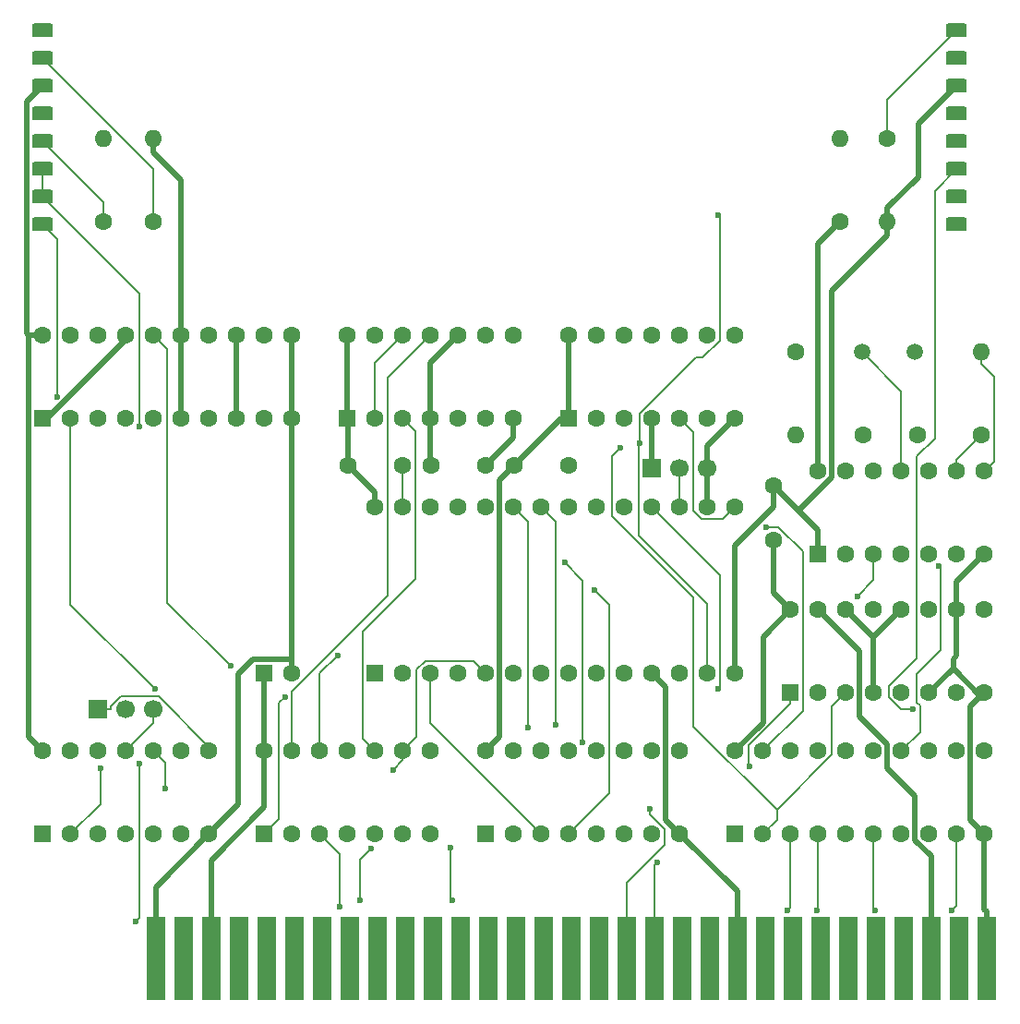
<source format=gbr>
%TF.GenerationSoftware,KiCad,Pcbnew,9.0.1*%
%TF.CreationDate,2025-07-02T19:30:22-06:00*%
%TF.ProjectId,transputer,7472616e-7370-4757-9465-722e6b696361,rev?*%
%TF.SameCoordinates,Original*%
%TF.FileFunction,Copper,L2,Bot*%
%TF.FilePolarity,Positive*%
%FSLAX46Y46*%
G04 Gerber Fmt 4.6, Leading zero omitted, Abs format (unit mm)*
G04 Created by KiCad (PCBNEW 9.0.1) date 2025-07-02 19:30:22*
%MOMM*%
%LPD*%
G01*
G04 APERTURE LIST*
G04 Aperture macros list*
%AMRoundRect*
0 Rectangle with rounded corners*
0 $1 Rounding radius*
0 $2 $3 $4 $5 $6 $7 $8 $9 X,Y pos of 4 corners*
0 Add a 4 corners polygon primitive as box body*
4,1,4,$2,$3,$4,$5,$6,$7,$8,$9,$2,$3,0*
0 Add four circle primitives for the rounded corners*
1,1,$1+$1,$2,$3*
1,1,$1+$1,$4,$5*
1,1,$1+$1,$6,$7*
1,1,$1+$1,$8,$9*
0 Add four rect primitives between the rounded corners*
20,1,$1+$1,$2,$3,$4,$5,0*
20,1,$1+$1,$4,$5,$6,$7,0*
20,1,$1+$1,$6,$7,$8,$9,0*
20,1,$1+$1,$8,$9,$2,$3,0*%
G04 Aperture macros list end*
%TA.AperFunction,ComponentPad*%
%ADD10C,1.600000*%
%TD*%
%TA.AperFunction,ComponentPad*%
%ADD11O,1.600000X1.600000*%
%TD*%
%TA.AperFunction,ComponentPad*%
%ADD12RoundRect,0.250000X0.550000X-0.550000X0.550000X0.550000X-0.550000X0.550000X-0.550000X-0.550000X0*%
%TD*%
%TA.AperFunction,ComponentPad*%
%ADD13RoundRect,0.190500X-0.762000X-0.444500X0.762000X-0.444500X0.762000X0.444500X-0.762000X0.444500X0*%
%TD*%
%TA.AperFunction,ComponentPad*%
%ADD14R,1.700000X1.700000*%
%TD*%
%TA.AperFunction,ComponentPad*%
%ADD15C,1.700000*%
%TD*%
%TA.AperFunction,ComponentPad*%
%ADD16R,1.600000X1.600000*%
%TD*%
%TA.AperFunction,ComponentPad*%
%ADD17C,1.500000*%
%TD*%
%TA.AperFunction,ConnectorPad*%
%ADD18R,1.778000X7.620000*%
%TD*%
%TA.AperFunction,ViaPad*%
%ADD19C,0.600000*%
%TD*%
%TA.AperFunction,Conductor*%
%ADD20C,0.200000*%
%TD*%
%TA.AperFunction,Conductor*%
%ADD21C,0.500000*%
%TD*%
G04 APERTURE END LIST*
D10*
%TO.P,R2,1*%
%TO.N,Net-(C1-Pad2)*%
X190246000Y-82804000D03*
D11*
%TO.P,R2,2*%
%TO.N,Net-(R2-Pad2)*%
X190246000Y-75184000D03*
%TD*%
D10*
%TO.P,C1,1*%
%TO.N,Net-(C1-Pad1)*%
X179364000Y-82804000D03*
%TO.P,C1,2*%
%TO.N,Net-(C1-Pad2)*%
X184364000Y-82804000D03*
%TD*%
D12*
%TO.P,U3,1,A0*%
%TO.N,Net-(J1-BA04)*%
X144780000Y-119375000D03*
D10*
%TO.P,U3,2,A1*%
%TO.N,Net-(J1-BA05)*%
X147320000Y-119375000D03*
%TO.P,U3,3,A2*%
%TO.N,Net-(J1-~{IOW})*%
X149860000Y-119375000D03*
%TO.P,U3,4,E1*%
%TO.N,Net-(U3-E1)*%
X152400000Y-119375000D03*
%TO.P,U3,5,E2*%
%TO.N,Net-(U3-E2)*%
X154940000Y-119375000D03*
%TO.P,U3,6,E3*%
%TO.N,Net-(U3-E3)*%
X157480000Y-119375000D03*
%TO.P,U3,7,O7*%
%TO.N,Net-(U3-O7)*%
X160020000Y-119375000D03*
%TO.P,U3,8,GND*%
%TO.N,GND*%
X162560000Y-119375000D03*
%TO.P,U3,9,O6*%
%TO.N,Net-(U3-O6)*%
X162560000Y-111755000D03*
%TO.P,U3,10,O5*%
%TO.N,Net-(U3-O5)*%
X160020000Y-111755000D03*
%TO.P,U3,11,O4*%
%TO.N,unconnected-(U3-O4-Pad11)*%
X157480000Y-111755000D03*
%TO.P,U3,12,O3*%
%TO.N,Net-(U3-O3)*%
X154940000Y-111755000D03*
%TO.P,U3,13,O2*%
%TO.N,Net-(U3-O2)*%
X152400000Y-111755000D03*
%TO.P,U3,14,O1*%
%TO.N,Net-(U3-O1)*%
X149860000Y-111755000D03*
%TO.P,U3,15,O0*%
%TO.N,unconnected-(U3-O0-Pad15)*%
X147320000Y-111755000D03*
%TO.P,U3,16,VCC*%
%TO.N,+5V*%
X144780000Y-111755000D03*
%TD*%
D13*
%TO.P,U8,1,Link2out*%
%TO.N,unconnected-(U8-Link2out-Pad1)*%
X104140000Y-45720000D03*
%TO.P,U8,2,Link2in*%
%TO.N,Net-(U8-Link2in)*%
X104140000Y-48260000D03*
%TO.P,U8,3,VCC*%
%TO.N,+5V*%
X104140000Y-50800000D03*
%TO.P,U8,4,Link1out*%
%TO.N,unconnected-(U8-Link1out-Pad4)*%
X104140000Y-53340000D03*
%TO.P,U8,5,Link1in*%
%TO.N,Net-(U8-Link1in)*%
X104140000Y-55880000D03*
%TO.P,U8,6,LinkSpeedA*%
%TO.N,Net-(JP1-C)*%
X104140000Y-58420000D03*
%TO.P,U8,7,LinkSpeedB*%
X104140000Y-60960000D03*
%TO.P,U8,8,ClockIn*%
%TO.N,/5 mhz.*%
X104140000Y-63500000D03*
%TO.P,U8,9,Analyse*%
%TO.N,Net-(U7B-Q)*%
X187960000Y-63500000D03*
%TO.P,U8,10,Reset*%
%TO.N,Net-(U11-Reset)*%
X187960000Y-60960000D03*
%TO.P,U8,11,notError*%
%TO.N,Net-(U6-I1)*%
X187960000Y-58420000D03*
%TO.P,U8,12,Link0out*%
%TO.N,Net-(U10-I1a)*%
X187960000Y-55880000D03*
%TO.P,U8,13,Link0in*%
%TO.N,Net-(U10-O0a)*%
X187960000Y-53340000D03*
%TO.P,U8,14,GND*%
%TO.N,GND*%
X187960000Y-50800000D03*
%TO.P,U8,15,Link3out*%
%TO.N,unconnected-(U8-Link3out-Pad15)*%
X187960000Y-48260000D03*
%TO.P,U8,16,Link3in*%
%TO.N,Net-(U8-Link3in)*%
X187960000Y-45720000D03*
%TD*%
D14*
%TO.P,JP2,1,A*%
%TO.N,/0150h*%
X109220000Y-107950000D03*
D15*
%TO.P,JP2,2,C*%
%TO.N,Net-(JP2-C)*%
X111760000Y-107950000D03*
%TO.P,JP2,3,B*%
%TO.N,/0170h*%
X114300000Y-107950000D03*
%TD*%
D12*
%TO.P,U6,1,OEa*%
%TO.N,Net-(U3-O6)*%
X172720000Y-106421000D03*
D10*
%TO.P,U6,2,I1*%
%TO.N,Net-(U6-I1)*%
X175260000Y-106421000D03*
%TO.P,U6,3,O1a*%
%TO.N,Net-(J1-DB0)*%
X177800000Y-106421000D03*
%TO.P,U6,4,I2*%
%TO.N,GND*%
X180340000Y-106421000D03*
%TO.P,U6,5,O2a*%
%TO.N,unconnected-(U6-O2a-Pad5)*%
X182880000Y-106421000D03*
%TO.P,U6,6,I3*%
%TO.N,GND*%
X185420000Y-106421000D03*
%TO.P,U6,7,O3a*%
%TO.N,unconnected-(U6-O3a-Pad7)*%
X187960000Y-106421000D03*
%TO.P,U6,8,GND*%
%TO.N,GND*%
X190500000Y-106421000D03*
%TO.P,U6,9,O4a*%
%TO.N,unconnected-(U6-O4a-Pad9)*%
X190500000Y-98801000D03*
%TO.P,U6,10,I4*%
%TO.N,GND*%
X187960000Y-98801000D03*
%TO.P,U6,11,O5b*%
%TO.N,unconnected-(U6-O5b-Pad11)*%
X185420000Y-98801000D03*
%TO.P,U6,12,I5*%
%TO.N,GND*%
X182880000Y-98801000D03*
%TO.P,U6,13,O6b*%
%TO.N,unconnected-(U6-O6b-Pad13)*%
X180340000Y-98801000D03*
%TO.P,U6,14,I6*%
%TO.N,GND*%
X177800000Y-98801000D03*
%TO.P,U6,15,OEb*%
%TO.N,+5V*%
X175260000Y-98801000D03*
%TO.P,U6,16,VCC*%
X172720000Y-98801000D03*
%TD*%
%TO.P,R3,1*%
%TO.N,Net-(U8-Link2in)*%
X114300000Y-63246000D03*
D11*
%TO.P,R3,2*%
%TO.N,GND*%
X114300000Y-55626000D03*
%TD*%
D12*
%TO.P,U10,1,OEa*%
%TO.N,GND*%
X104140000Y-81280000D03*
D10*
%TO.P,U10,2,I0a*%
%TO.N,Net-(U10-I0a)*%
X106680000Y-81280000D03*
%TO.P,U10,3,O3b*%
%TO.N,unconnected-(U10-O3b-Pad3)*%
X109220000Y-81280000D03*
%TO.P,U10,4,I1a*%
%TO.N,Net-(U10-I1a)*%
X111760000Y-81280000D03*
%TO.P,U10,5,O2b*%
%TO.N,unconnected-(U10-O2b-Pad5)*%
X114300000Y-81280000D03*
%TO.P,U10,6,I2a*%
%TO.N,GND*%
X116840000Y-81280000D03*
%TO.P,U10,7,O1b*%
%TO.N,unconnected-(U10-O1b-Pad7)*%
X119380000Y-81280000D03*
%TO.P,U10,8,I3a*%
%TO.N,GND*%
X121920000Y-81280000D03*
%TO.P,U10,9,O0b*%
%TO.N,unconnected-(U10-O0b-Pad9)*%
X124460000Y-81280000D03*
%TO.P,U10,10,GND*%
%TO.N,GND*%
X127000000Y-81280000D03*
%TO.P,U10,11,I0b*%
X127000000Y-73660000D03*
%TO.P,U10,12,O3a*%
%TO.N,unconnected-(U10-O3a-Pad12)*%
X124460000Y-73660000D03*
%TO.P,U10,13,I1b*%
%TO.N,GND*%
X121920000Y-73660000D03*
%TO.P,U10,14,O2a*%
%TO.N,unconnected-(U10-O2a-Pad14)*%
X119380000Y-73660000D03*
%TO.P,U10,15,I2b*%
%TO.N,GND*%
X116840000Y-73660000D03*
%TO.P,U10,16,O1a*%
%TO.N,Net-(U10-O1a)*%
X114300000Y-73660000D03*
%TO.P,U10,17,I3b*%
%TO.N,GND*%
X111760000Y-73660000D03*
%TO.P,U10,18,O0a*%
%TO.N,Net-(U10-O0a)*%
X109220000Y-73660000D03*
%TO.P,U10,19,OEb*%
%TO.N,+5V*%
X106680000Y-73660000D03*
%TO.P,U10,20,VCC*%
X104140000Y-73660000D03*
%TD*%
%TO.P,R1,1*%
%TO.N,Net-(R1-Pad1)*%
X173228000Y-75184000D03*
D11*
%TO.P,R1,2*%
%TO.N,Net-(C1-Pad1)*%
X173228000Y-82804000D03*
%TD*%
D14*
%TO.P,JP1,1,A*%
%TO.N,+5V*%
X160020000Y-85852000D03*
D15*
%TO.P,JP1,2,C*%
%TO.N,Net-(JP1-C)*%
X162560000Y-85852000D03*
%TO.P,JP1,3,B*%
%TO.N,GND*%
X165100000Y-85852000D03*
%TD*%
D12*
%TO.P,U2,1*%
%TO.N,Net-(J1-~{IOW})*%
X104140000Y-119375000D03*
D10*
%TO.P,U2,2*%
%TO.N,Net-(J1-~{IOR})*%
X106680000Y-119375000D03*
%TO.P,U2,3*%
%TO.N,Net-(U3-E2)*%
X109220000Y-119375000D03*
%TO.P,U2,4*%
%TO.N,Net-(J1-BA08)*%
X111760000Y-119375000D03*
%TO.P,U2,5*%
%TO.N,Net-(J1-BA06)*%
X114300000Y-119375000D03*
%TO.P,U2,6*%
%TO.N,Net-(U3-E3)*%
X116840000Y-119375000D03*
%TO.P,U2,7,GND*%
%TO.N,GND*%
X119380000Y-119375000D03*
%TO.P,U2,8*%
%TO.N,/0150h*%
X119380000Y-111755000D03*
%TO.P,U2,9*%
%TO.N,Net-(U3-O1)*%
X116840000Y-111755000D03*
%TO.P,U2,10*%
%TO.N,Net-(U3-O5)*%
X114300000Y-111755000D03*
%TO.P,U2,11*%
%TO.N,/0170h*%
X111760000Y-111755000D03*
%TO.P,U2,12*%
%TO.N,Net-(U3-O3)*%
X109220000Y-111755000D03*
%TO.P,U2,13*%
%TO.N,Net-(U3-O7)*%
X106680000Y-111755000D03*
%TO.P,U2,14,VCC*%
%TO.N,+5V*%
X104140000Y-111755000D03*
%TD*%
%TO.P,C5,1*%
%TO.N,+5V*%
X171150000Y-92416000D03*
%TO.P,C5,2*%
%TO.N,GND*%
X171150000Y-87416000D03*
%TD*%
D16*
%TO.P,C6,1*%
%TO.N,+5V*%
X124460000Y-104648000D03*
D10*
%TO.P,C6,2*%
%TO.N,GND*%
X126960000Y-104648000D03*
%TD*%
%TO.P,C4,1*%
%TO.N,+5V*%
X147400000Y-85598000D03*
%TO.P,C4,2*%
%TO.N,GND*%
X152400000Y-85598000D03*
%TD*%
D12*
%TO.P,U5,1*%
%TO.N,GND*%
X175260000Y-93726000D03*
D10*
%TO.P,U5,2*%
%TO.N,unconnected-(U5-Pad2)*%
X177800000Y-93726000D03*
%TO.P,U5,3*%
%TO.N,Net-(J1-BA00)*%
X180340000Y-93726000D03*
%TO.P,U5,4*%
%TO.N,Net-(U4-Pad12)*%
X182880000Y-93726000D03*
%TO.P,U5,5*%
%TO.N,Net-(U4-Pad1)*%
X185420000Y-93726000D03*
%TO.P,U5,6*%
%TO.N,Net-(U3-E1)*%
X187960000Y-93726000D03*
%TO.P,U5,7,GND*%
%TO.N,GND*%
X190500000Y-93726000D03*
%TO.P,U5,8*%
%TO.N,Net-(R2-Pad2)*%
X190500000Y-86106000D03*
%TO.P,U5,9*%
%TO.N,Net-(C1-Pad2)*%
X187960000Y-86106000D03*
%TO.P,U5,10*%
%TO.N,Net-(C1-Pad1)*%
X185420000Y-86106000D03*
%TO.P,U5,11*%
%TO.N,Net-(R1-Pad1)*%
X182880000Y-86106000D03*
%TO.P,U5,12*%
%TO.N,Net-(U9A-C)*%
X180340000Y-86106000D03*
%TO.P,U5,13*%
%TO.N,Net-(R2-Pad2)*%
X177800000Y-86106000D03*
%TO.P,U5,14,VCC*%
%TO.N,+5V*%
X175260000Y-86106000D03*
%TD*%
%TO.P,C2,1*%
%TO.N,+5V*%
X132160000Y-85598000D03*
%TO.P,C2,2*%
%TO.N,Net-(U11-CapMinus)*%
X137160000Y-85598000D03*
%TD*%
%TO.P,R6,1*%
%TO.N,+5V*%
X177292000Y-63246000D03*
D11*
%TO.P,R6,2*%
%TO.N,Net-(U6-I1)*%
X177292000Y-55626000D03*
%TD*%
D12*
%TO.P,U1,1,A->B*%
%TO.N,Net-(J1-~{IOR})*%
X167640000Y-119380000D03*
D10*
%TO.P,U1,2,A0*%
%TO.N,Net-(J1-DB0)*%
X170180000Y-119380000D03*
%TO.P,U1,3,A1*%
%TO.N,Net-(J1-DB1)*%
X172720000Y-119380000D03*
%TO.P,U1,4,A2*%
%TO.N,Net-(J1-DB2)*%
X175260000Y-119380000D03*
%TO.P,U1,5,A3*%
%TO.N,Net-(J1-DB3)*%
X177800000Y-119380000D03*
%TO.P,U1,6,A4*%
%TO.N,Net-(J1-DB4)*%
X180340000Y-119380000D03*
%TO.P,U1,7,A5*%
%TO.N,Net-(J1-DB5)*%
X182880000Y-119380000D03*
%TO.P,U1,8,A6*%
%TO.N,Net-(J1-DB6)*%
X185420000Y-119380000D03*
%TO.P,U1,9,A7*%
%TO.N,Net-(J1-DB7)*%
X187960000Y-119380000D03*
%TO.P,U1,10,GND*%
%TO.N,GND*%
X190500000Y-119380000D03*
%TO.P,U1,11,B7*%
%TO.N,Net-(U1-B7)*%
X190500000Y-111760000D03*
%TO.P,U1,12,B6*%
%TO.N,Net-(U1-B6)*%
X187960000Y-111760000D03*
%TO.P,U1,13,B5*%
%TO.N,Net-(U1-B5)*%
X185420000Y-111760000D03*
%TO.P,U1,14,B4*%
%TO.N,Net-(U1-B4)*%
X182880000Y-111760000D03*
%TO.P,U1,15,B3*%
%TO.N,Net-(U1-B3)*%
X180340000Y-111760000D03*
%TO.P,U1,16,B2*%
%TO.N,Net-(U1-B2)*%
X177800000Y-111760000D03*
%TO.P,U1,17,B1*%
%TO.N,Net-(U1-B1)*%
X175260000Y-111760000D03*
%TO.P,U1,18,B0*%
%TO.N,Net-(U1-B0)*%
X172720000Y-111760000D03*
%TO.P,U1,19,CE*%
%TO.N,Net-(JP2-C)*%
X170180000Y-111760000D03*
%TO.P,U1,20,VCC*%
%TO.N,+5V*%
X167640000Y-111760000D03*
%TD*%
%TO.P,R4,1*%
%TO.N,Net-(U8-Link1in)*%
X109728000Y-63246000D03*
D11*
%TO.P,R4,2*%
%TO.N,GND*%
X109728000Y-55626000D03*
%TD*%
D12*
%TO.P,U4,1*%
%TO.N,Net-(U4-Pad1)*%
X124460000Y-119375000D03*
D10*
%TO.P,U4,2*%
%TO.N,Net-(J1-AEN)*%
X127000000Y-119375000D03*
%TO.P,U4,3*%
%TO.N,Net-(J1-BA07)*%
X129540000Y-119375000D03*
%TO.P,U4,4*%
%TO.N,unconnected-(U4-Pad4)*%
X132080000Y-119375000D03*
%TO.P,U4,5*%
%TO.N,GND*%
X134620000Y-119375000D03*
%TO.P,U4,6*%
X137160000Y-119375000D03*
%TO.P,U4,7,GND*%
X139700000Y-119375000D03*
%TO.P,U4,8*%
%TO.N,Net-(U3-O2)*%
X139700000Y-111755000D03*
%TO.P,U4,9*%
%TO.N,Net-(J1-BA00)*%
X137160000Y-111755000D03*
%TO.P,U4,10*%
%TO.N,Net-(U7A-C)*%
X134620000Y-111755000D03*
%TO.P,U4,11*%
%TO.N,Net-(U3-O2)*%
X132080000Y-111755000D03*
%TO.P,U4,12*%
%TO.N,Net-(U4-Pad12)*%
X129540000Y-111755000D03*
%TO.P,U4,13*%
%TO.N,Net-(U7B-C)*%
X127000000Y-111755000D03*
%TO.P,U4,14,VCC*%
%TO.N,+5V*%
X124460000Y-111755000D03*
%TD*%
D17*
%TO.P,Y1,1,1*%
%TO.N,Net-(R1-Pad1)*%
X179270000Y-75184000D03*
%TO.P,Y1,2,2*%
%TO.N,Net-(R2-Pad2)*%
X184150000Y-75184000D03*
%TD*%
D10*
%TO.P,R5,1*%
%TO.N,Net-(U8-Link3in)*%
X181610000Y-55626000D03*
D11*
%TO.P,R5,2*%
%TO.N,GND*%
X181610000Y-63246000D03*
%TD*%
D12*
%TO.P,U9,1,~{R}*%
%TO.N,+5V*%
X152400000Y-81280000D03*
D10*
%TO.P,U9,2,D*%
%TO.N,Net-(U9A-D)*%
X154940000Y-81280000D03*
%TO.P,U9,3,C*%
%TO.N,Net-(U9A-C)*%
X157480000Y-81280000D03*
%TO.P,U9,4,~{S}*%
%TO.N,+5V*%
X160020000Y-81280000D03*
%TO.P,U9,5,Q*%
%TO.N,/5 mhz.*%
X162560000Y-81280000D03*
%TO.P,U9,6,~{Q}*%
%TO.N,Net-(U9A-D)*%
X165100000Y-81280000D03*
%TO.P,U9,7,GND*%
%TO.N,GND*%
X167640000Y-81280000D03*
%TO.P,U9,8,~{Q}*%
%TO.N,unconnected-(U9B-~{Q}-Pad8)*%
X167640000Y-73660000D03*
%TO.P,U9,9,Q*%
%TO.N,unconnected-(U9B-Q-Pad9)*%
X165100000Y-73660000D03*
%TO.P,U9,10,~{S}*%
%TO.N,+5V*%
X162560000Y-73660000D03*
%TO.P,U9,11,C*%
X160020000Y-73660000D03*
%TO.P,U9,12,D*%
X157480000Y-73660000D03*
%TO.P,U9,13,~{R}*%
X154940000Y-73660000D03*
%TO.P,U9,14,VCC*%
X152400000Y-73660000D03*
%TD*%
D12*
%TO.P,U11,1,LinkOut*%
%TO.N,Net-(U10-I0a)*%
X134620000Y-104648000D03*
D10*
%TO.P,U11,2,LinkIn*%
%TO.N,Net-(U10-O1a)*%
X137160000Y-104648000D03*
%TO.P,U11,3,RnotW*%
%TO.N,Net-(J1-~{IOW})*%
X139700000Y-104648000D03*
%TO.P,U11,4,OutputInt*%
%TO.N,unconnected-(U11-OutputInt-Pad4)*%
X142240000Y-104648000D03*
%TO.P,U11,5,RS0*%
%TO.N,Net-(J1-BA00)*%
X144780000Y-104648000D03*
%TO.P,U11,6,RS1*%
%TO.N,Net-(J1-BA01)*%
X147320000Y-104648000D03*
%TO.P,U11,7,DoNotWire*%
%TO.N,unconnected-(U11-DoNotWire-Pad7)*%
X149860000Y-104648000D03*
%TO.P,U11,8,D3*%
%TO.N,Net-(U1-B3)*%
X152400000Y-104648000D03*
%TO.P,U11,9,DoNotWire*%
%TO.N,unconnected-(U11-DoNotWire-Pad9)*%
X154940000Y-104648000D03*
%TO.P,U11,10,D5*%
%TO.N,Net-(U1-B5)*%
X157480000Y-104648000D03*
%TO.P,U11,11,HoldToGND*%
%TO.N,GND*%
X160020000Y-104648000D03*
%TO.P,U11,12,D7*%
%TO.N,Net-(U1-B7)*%
X162560000Y-104648000D03*
%TO.P,U11,13,Reset*%
%TO.N,Net-(U11-Reset)*%
X165100000Y-104648000D03*
%TO.P,U11,14,GND*%
%TO.N,GND*%
X167640000Y-104648000D03*
%TO.P,U11,15,ClockIn*%
%TO.N,/5 mhz.*%
X167640000Y-89408000D03*
%TO.P,U11,16,SeparateIQ*%
%TO.N,GND*%
X165100000Y-89408000D03*
%TO.P,U11,17,LinkSpeed*%
%TO.N,Net-(JP1-C)*%
X162560000Y-89408000D03*
%TO.P,U11,18,D6*%
%TO.N,Net-(U1-B6)*%
X160020000Y-89408000D03*
%TO.P,U11,19,DoNotWire*%
%TO.N,unconnected-(U11-DoNotWire-Pad19)*%
X157480000Y-89408000D03*
%TO.P,U11,20,D4*%
%TO.N,Net-(U1-B4)*%
X154940000Y-89408000D03*
%TO.P,U11,21,DoNotWire*%
%TO.N,unconnected-(U11-DoNotWire-Pad21)*%
X152400000Y-89408000D03*
%TO.P,U11,22,D2*%
%TO.N,Net-(U1-B2)*%
X149860000Y-89408000D03*
%TO.P,U11,23,D1*%
%TO.N,Net-(U1-B1)*%
X147320000Y-89408000D03*
%TO.P,U11,24,D0*%
%TO.N,Net-(U1-B0)*%
X144780000Y-89408000D03*
%TO.P,U11,25,notCS*%
%TO.N,Net-(JP2-C)*%
X142240000Y-89408000D03*
%TO.P,U11,26,InputInt*%
%TO.N,unconnected-(U11-InputInt-Pad26)*%
X139700000Y-89408000D03*
%TO.P,U11,27,CapMinus*%
%TO.N,Net-(U11-CapMinus)*%
X137160000Y-89408000D03*
%TO.P,U11,28,VCC*%
%TO.N,+5V*%
X134620000Y-89408000D03*
%TD*%
D12*
%TO.P,U7,1,~{R}*%
%TO.N,+5V*%
X132080000Y-81280000D03*
D10*
%TO.P,U7,2,D*%
%TO.N,Net-(J1-DB0)*%
X134620000Y-81280000D03*
%TO.P,U7,3,C*%
%TO.N,Net-(U7A-C)*%
X137160000Y-81280000D03*
%TO.P,U7,4,~{S}*%
%TO.N,+5V*%
X139700000Y-81280000D03*
%TO.P,U7,5,Q*%
%TO.N,Net-(U11-Reset)*%
X142240000Y-81280000D03*
%TO.P,U7,6,~{Q}*%
%TO.N,unconnected-(U7A-~{Q}-Pad6)*%
X144780000Y-81280000D03*
%TO.P,U7,7,GND*%
%TO.N,GND*%
X147320000Y-81280000D03*
%TO.P,U7,8,~{Q}*%
%TO.N,unconnected-(U7B-~{Q}-Pad8)*%
X147320000Y-73660000D03*
%TO.P,U7,9,Q*%
%TO.N,Net-(U7B-Q)*%
X144780000Y-73660000D03*
%TO.P,U7,10,~{S}*%
%TO.N,+5V*%
X142240000Y-73660000D03*
%TO.P,U7,11,C*%
%TO.N,Net-(U7B-C)*%
X139700000Y-73660000D03*
%TO.P,U7,12,D*%
%TO.N,Net-(J1-DB0)*%
X137160000Y-73660000D03*
%TO.P,U7,13,~{R}*%
%TO.N,+5V*%
X134620000Y-73660000D03*
%TO.P,U7,14,VCC*%
X132080000Y-73660000D03*
%TD*%
%TO.P,C3,1*%
%TO.N,+5V*%
X139780000Y-85598000D03*
%TO.P,C3,2*%
%TO.N,GND*%
X144780000Y-85598000D03*
%TD*%
D18*
%TO.P,J1,1,GND*%
%TO.N,GND*%
X190690000Y-130750000D03*
%TO.P,J1,2,RESET*%
%TO.N,unconnected-(J1-RESET-Pad2)*%
X188150000Y-130750000D03*
%TO.P,J1,3,VCC*%
%TO.N,+5V*%
X185610000Y-130750000D03*
%TO.P,J1,4,IRQ2*%
%TO.N,unconnected-(J1-IRQ2-Pad4)*%
X183070000Y-130750000D03*
%TO.P,J1,5,-5V*%
%TO.N,unconnected-(J1--5V-Pad5)*%
X180530000Y-130750000D03*
%TO.P,J1,6,DRQ2*%
%TO.N,unconnected-(J1-DRQ2-Pad6)*%
X177990000Y-130750000D03*
%TO.P,J1,7,-12V*%
%TO.N,unconnected-(J1--12V-Pad7)*%
X175450000Y-130750000D03*
%TO.P,J1,8,UNUSED*%
%TO.N,unconnected-(J1-UNUSED-Pad8)*%
X172910000Y-130750000D03*
%TO.P,J1,9,+12V*%
%TO.N,unconnected-(J1-+12V-Pad9)*%
X170370000Y-130750000D03*
%TO.P,J1,10,GND*%
%TO.N,GND*%
X167830000Y-130750000D03*
%TO.P,J1,11,~{SMEMW}*%
%TO.N,unconnected-(J1-~{SMEMW}-Pad11)*%
X165290000Y-130750000D03*
%TO.P,J1,12,~{SMEMR}*%
%TO.N,unconnected-(J1-~{SMEMR}-Pad12)*%
X162750000Y-130750000D03*
%TO.P,J1,13,~{IOW}*%
%TO.N,Net-(J1-~{IOW})*%
X160210000Y-130750000D03*
%TO.P,J1,14,~{IOR}*%
%TO.N,Net-(J1-~{IOR})*%
X157670000Y-130750000D03*
%TO.P,J1,15,~{DACK3}*%
%TO.N,unconnected-(J1-~{DACK3}-Pad15)*%
X155130000Y-130750000D03*
%TO.P,J1,16,DRQ3*%
%TO.N,unconnected-(J1-DRQ3-Pad16)*%
X152590000Y-130750000D03*
%TO.P,J1,17,~{DACK1}*%
%TO.N,unconnected-(J1-~{DACK1}-Pad17)*%
X150050000Y-130750000D03*
%TO.P,J1,18,DRQ1*%
%TO.N,unconnected-(J1-DRQ1-Pad18)*%
X147510000Y-130750000D03*
%TO.P,J1,19,~{DACK0}*%
%TO.N,unconnected-(J1-~{DACK0}-Pad19)*%
X144970000Y-130750000D03*
%TO.P,J1,20,CLK*%
%TO.N,unconnected-(J1-CLK-Pad20)*%
X142430000Y-130750000D03*
%TO.P,J1,21,IRQ7*%
%TO.N,unconnected-(J1-IRQ7-Pad21)*%
X139890000Y-130750000D03*
%TO.P,J1,22,IRQ6*%
%TO.N,unconnected-(J1-IRQ6-Pad22)*%
X137350000Y-130750000D03*
%TO.P,J1,23,IRQ5*%
%TO.N,unconnected-(J1-IRQ5-Pad23)*%
X134810000Y-130750000D03*
%TO.P,J1,24,IRQ4*%
%TO.N,unconnected-(J1-IRQ4-Pad24)*%
X132270000Y-130750000D03*
%TO.P,J1,25,IRQ3*%
%TO.N,unconnected-(J1-IRQ3-Pad25)*%
X129730000Y-130750000D03*
%TO.P,J1,26,~{DACK2}*%
%TO.N,unconnected-(J1-~{DACK2}-Pad26)*%
X127190000Y-130750000D03*
%TO.P,J1,27,TC*%
%TO.N,unconnected-(J1-TC-Pad27)*%
X124650000Y-130750000D03*
%TO.P,J1,28,ALE*%
%TO.N,unconnected-(J1-ALE-Pad28)*%
X122110000Y-130750000D03*
%TO.P,J1,29,VCC*%
%TO.N,+5V*%
X119570000Y-130750000D03*
%TO.P,J1,30,OSC*%
%TO.N,unconnected-(J1-OSC-Pad30)*%
X117030000Y-130750000D03*
%TO.P,J1,31,GND*%
%TO.N,GND*%
X114490000Y-130750000D03*
%TD*%
D19*
%TO.N,Net-(U6-I1)*%
X183971500Y-107939900D03*
%TO.N,Net-(U1-B6)*%
X166075300Y-106085400D03*
%TO.N,Net-(J1-~{IOW})*%
X160481100Y-121998600D03*
%TO.N,Net-(U11-Reset)*%
X166075300Y-62611600D03*
X158881200Y-83583000D03*
%TO.N,Net-(J1-BA00)*%
X136246300Y-113488100D03*
X178873400Y-97558100D03*
X112685500Y-127362000D03*
X112994700Y-112954100D03*
%TO.N,Net-(U10-O1a)*%
X121330200Y-103963000D03*
%TO.N,Net-(U1-B0)*%
X153670100Y-110963800D03*
X151979700Y-94468700D03*
%TO.N,Net-(U10-I0a)*%
X114408000Y-106053500D03*
%TO.N,Net-(JP1-C)*%
X112994700Y-81983800D03*
%TO.N,/5 mhz.*%
X105428800Y-79302200D03*
%TO.N,Net-(U1-B1)*%
X148660400Y-109593100D03*
%TO.N,Net-(U1-B2)*%
X151207100Y-109392200D03*
%TO.N,Net-(U1-B4)*%
X186338200Y-94807800D03*
%TO.N,Net-(JP2-C)*%
X170472800Y-91251500D03*
%TO.N,Net-(J1-~{IOR})*%
X109432900Y-113303500D03*
X159829000Y-117100900D03*
%TO.N,Net-(J1-DB1)*%
X172395800Y-126415200D03*
%TO.N,Net-(J1-DB2)*%
X175157200Y-126415200D03*
%TO.N,Net-(J1-DB7)*%
X187473000Y-126415200D03*
%TO.N,Net-(J1-DB4)*%
X180458700Y-126415200D03*
%TO.N,Net-(U3-O6)*%
X168981200Y-113150500D03*
%TO.N,Net-(U3-O5)*%
X115366000Y-115175900D03*
%TO.N,Net-(U3-E1)*%
X154702600Y-96978300D03*
%TO.N,Net-(J1-BA06)*%
X134245200Y-120736400D03*
X133263400Y-125433400D03*
%TO.N,Net-(J1-BA08)*%
X141491800Y-120657100D03*
X141674800Y-125453100D03*
%TO.N,Net-(U4-Pad12)*%
X131172400Y-103025600D03*
%TO.N,Net-(J1-BA07)*%
X131380800Y-126015100D03*
%TO.N,Net-(U4-Pad1)*%
X126353100Y-106823500D03*
%TO.N,Net-(J1-DB0)*%
X157126600Y-84000800D03*
%TD*%
D20*
%TO.N,Net-(R1-Pad1)*%
X182880000Y-86106000D02*
X182880000Y-78794000D01*
X182880000Y-78794000D02*
X179270000Y-75184000D01*
%TO.N,Net-(R2-Pad2)*%
X190500000Y-86106000D02*
X191368500Y-85237500D01*
X191368500Y-77408200D02*
X190246000Y-76285700D01*
X191368500Y-85237500D02*
X191368500Y-77408200D01*
X190246000Y-75184000D02*
X190246000Y-76285700D01*
%TO.N,Net-(C1-Pad2)*%
X190246000Y-82804000D02*
X187960000Y-85090000D01*
X187960000Y-85090000D02*
X187960000Y-86106000D01*
D21*
%TO.N,GND*%
X114490000Y-130750000D02*
X114490000Y-124265000D01*
X190690000Y-126488300D02*
X190500000Y-126298300D01*
X176530000Y-86654000D02*
X176530000Y-69577700D01*
X114490000Y-124265000D02*
X119380000Y-119375000D01*
X187960000Y-50800000D02*
X184485300Y-54274700D01*
X161289900Y-105917900D02*
X161289900Y-118104900D01*
X122082000Y-116673000D02*
X122082000Y-104724500D01*
X189548200Y-107372800D02*
X190114100Y-106806900D01*
X185420000Y-106421000D02*
X187625300Y-104215700D01*
X189548200Y-107372800D02*
X190500000Y-106421000D01*
X147320000Y-83058000D02*
X144780000Y-85598000D01*
X167640000Y-92915800D02*
X167640000Y-104648000D01*
X116840000Y-81280000D02*
X116840000Y-73660000D01*
X184485300Y-54274700D02*
X184485300Y-59119000D01*
X180340000Y-101341000D02*
X180340000Y-106421000D01*
X184485300Y-59119000D02*
X181610000Y-61994300D01*
X187960000Y-96266000D02*
X187960000Y-98801000D01*
X167830000Y-130750000D02*
X167830000Y-124645000D01*
X114300000Y-55626000D02*
X114300000Y-56877700D01*
X114300000Y-56877700D02*
X116840000Y-59417700D01*
X126960000Y-103374500D02*
X126960000Y-81320000D01*
X190500000Y-93726000D02*
X187960000Y-96266000D01*
X177800000Y-98801000D02*
X180340000Y-101341000D01*
X189230000Y-107691000D02*
X189548200Y-107372800D01*
X182880000Y-98801000D02*
X180340000Y-101341000D01*
X173482000Y-89702000D02*
X175260000Y-91480000D01*
X190690000Y-130750000D02*
X190690000Y-126488300D01*
X176530000Y-69577700D02*
X181610000Y-64497700D01*
X147320000Y-81280000D02*
X147320000Y-83058000D01*
X171196000Y-89359800D02*
X167640000Y-92915800D01*
X104140000Y-81280000D02*
X104514100Y-81280000D01*
X171196000Y-87416000D02*
X171196000Y-89359800D01*
X165100000Y-83820000D02*
X165100000Y-85852000D01*
X126960000Y-104648000D02*
X126960000Y-103374500D01*
X104514100Y-81280000D02*
X111760000Y-74034100D01*
X123432000Y-103374500D02*
X126960000Y-103374500D01*
X187960000Y-103016700D02*
X187960000Y-98801000D01*
X161289900Y-118104900D02*
X162560000Y-119375000D01*
X187625200Y-104215700D02*
X187625200Y-103351500D01*
X111760000Y-74034100D02*
X111760000Y-73660000D01*
X181610000Y-63246000D02*
X181610000Y-64497700D01*
X189230000Y-118110000D02*
X189230000Y-107691000D01*
X173482000Y-89702000D02*
X176530000Y-86654000D01*
X190500000Y-119380000D02*
X189230000Y-118110000D01*
X122082000Y-104724500D02*
X123432000Y-103374500D01*
X171196000Y-87416000D02*
X173482000Y-89702000D01*
X190114100Y-106806900D02*
X190114100Y-106704600D01*
X190114100Y-106704600D02*
X187625300Y-104215700D01*
X175260000Y-91480000D02*
X175260000Y-93726000D01*
X187625200Y-103351500D02*
X187960000Y-103016700D01*
X127000000Y-81280000D02*
X127000000Y-73660000D01*
X116840000Y-59417700D02*
X116840000Y-73660000D01*
X190500000Y-126298300D02*
X190500000Y-119380000D01*
X119380000Y-119375000D02*
X122082000Y-116673000D01*
X121920000Y-73660000D02*
X121920000Y-81280000D01*
X165100000Y-85852000D02*
X165100000Y-89408000D01*
X160020000Y-104648000D02*
X161289900Y-105917900D01*
X126960000Y-81320000D02*
X127000000Y-81280000D01*
X181610000Y-62620100D02*
X181610000Y-63246000D01*
X167640000Y-81280000D02*
X165100000Y-83820000D01*
X181610000Y-62620100D02*
X181610000Y-61994300D01*
X167830000Y-124645000D02*
X162560000Y-119375000D01*
X187625300Y-104215700D02*
X187625200Y-104215700D01*
D20*
%TO.N,Net-(U8-Link2in)*%
X104140000Y-48260000D02*
X114300000Y-58420000D01*
X114300000Y-58420000D02*
X114300000Y-63246000D01*
%TO.N,Net-(U8-Link1in)*%
X109728000Y-61468000D02*
X109728000Y-63246000D01*
X104140000Y-55880000D02*
X109728000Y-61468000D01*
%TO.N,Net-(U8-Link3in)*%
X181610000Y-52070000D02*
X181610000Y-55626000D01*
X187960000Y-45720000D02*
X181610000Y-52070000D01*
%TO.N,Net-(U6-I1)*%
X184308200Y-103230900D02*
X181764100Y-105775000D01*
X182839400Y-107939900D02*
X183971500Y-107939900D01*
X181764100Y-105775000D02*
X181764100Y-106864600D01*
X181764100Y-106864600D02*
X182839400Y-107939900D01*
X185933600Y-60446400D02*
X185933600Y-83104800D01*
X184308200Y-84730200D02*
X184308200Y-103230900D01*
X187960000Y-58420000D02*
X185933600Y-60446400D01*
X185933600Y-83104800D02*
X184308200Y-84730200D01*
D21*
%TO.N,+5V*%
X181610000Y-113382900D02*
X181610000Y-111166800D01*
X185610000Y-121370000D02*
X184150100Y-119910100D01*
X132160000Y-85598000D02*
X134620000Y-88058000D01*
X144780000Y-111755000D02*
X146050000Y-110485000D01*
X102683700Y-52256300D02*
X102683700Y-73478000D01*
X181610000Y-111166800D02*
X179070000Y-108626800D01*
X172720000Y-98801000D02*
X170220000Y-101301000D01*
X104140000Y-50800000D02*
X102683700Y-52256300D01*
X170220000Y-101301000D02*
X170220000Y-109177900D01*
X132160000Y-85598000D02*
X132160000Y-81360000D01*
X170220000Y-109177900D02*
X167640000Y-111757900D01*
X160020000Y-85852000D02*
X160020000Y-81280000D01*
X139700000Y-81280000D02*
X139700000Y-85518000D01*
X102865700Y-73660000D02*
X102865700Y-110480700D01*
X139700000Y-85518000D02*
X139780000Y-85598000D01*
X184150100Y-119910100D02*
X184150100Y-115923000D01*
X171196000Y-97277000D02*
X172720000Y-98801000D01*
X147400000Y-85598000D02*
X151718000Y-81280000D01*
X184150100Y-115923000D02*
X181610000Y-113382900D01*
X134620000Y-88058000D02*
X134620000Y-89408000D01*
X102683700Y-73478000D02*
X102865700Y-73660000D01*
X146050000Y-86948000D02*
X147400000Y-85598000D01*
X139700000Y-76200000D02*
X139700000Y-81280000D01*
X179070000Y-108626800D02*
X179070000Y-102611000D01*
X102865700Y-73660000D02*
X104140000Y-73660000D01*
X175260000Y-65278000D02*
X177292000Y-63246000D01*
X171196000Y-92416000D02*
X171196000Y-97277000D01*
X185610000Y-130750000D02*
X185610000Y-121370000D01*
X132160000Y-81360000D02*
X132080000Y-81280000D01*
X151718000Y-81280000D02*
X152400000Y-81280000D01*
X179070000Y-102611000D02*
X175260000Y-98801000D01*
X102865700Y-110480700D02*
X104140000Y-111755000D01*
X152400000Y-81280000D02*
X152400000Y-73660000D01*
X146050000Y-110485000D02*
X146050000Y-86948000D01*
X132080000Y-73660000D02*
X132080000Y-81280000D01*
X124460000Y-116938100D02*
X119570000Y-121828100D01*
X124460000Y-111755000D02*
X124460000Y-116938100D01*
X142240000Y-73660000D02*
X139700000Y-76200000D01*
X124460000Y-111755000D02*
X124460000Y-104648000D01*
X167640000Y-111757900D02*
X167640000Y-111760000D01*
X175260000Y-86106000D02*
X175260000Y-65278000D01*
X119570000Y-121828100D02*
X119570000Y-130750000D01*
D20*
%TO.N,Net-(U1-B6)*%
X166222600Y-105938100D02*
X166075300Y-106085400D01*
X160020000Y-89408000D02*
X166222600Y-95610600D01*
X166222600Y-95610600D02*
X166222600Y-105938100D01*
%TO.N,Net-(J1-~{IOW})*%
X160210000Y-130750000D02*
X160210000Y-122269700D01*
X139700000Y-104648000D02*
X139700000Y-109215000D01*
X160210000Y-122269700D02*
X160481100Y-121998600D01*
X139700000Y-109215000D02*
X149860000Y-119375000D01*
%TO.N,Net-(U11-Reset)*%
X166222600Y-74102800D02*
X166222600Y-62758900D01*
X165100000Y-98291100D02*
X165100000Y-104648000D01*
X158881200Y-80828300D02*
X164027800Y-75681700D01*
X158881200Y-83583000D02*
X158881200Y-80828300D01*
X164643700Y-75681700D02*
X166222600Y-74102800D01*
X158881200Y-83583000D02*
X158825000Y-83639200D01*
X166222600Y-62758900D02*
X166075300Y-62611600D01*
X158825000Y-83639200D02*
X158825000Y-92016100D01*
X164027800Y-75681700D02*
X164643700Y-75681700D01*
X158825000Y-92016100D02*
X165100000Y-98291100D01*
%TO.N,Net-(U11-CapMinus)*%
X137160000Y-89408000D02*
X137160000Y-85598000D01*
%TO.N,Net-(J1-BA00)*%
X138430000Y-110485000D02*
X137160000Y-111755000D01*
X137160000Y-111755000D02*
X137160000Y-112574400D01*
X144780000Y-104648000D02*
X143660200Y-103528200D01*
X180340000Y-96091500D02*
X178873400Y-97558100D01*
X137160000Y-112574400D02*
X136246300Y-113488100D01*
X112994700Y-127052800D02*
X112685500Y-127362000D01*
X139219900Y-103528200D02*
X138430000Y-104318100D01*
X138430000Y-104318100D02*
X138430000Y-110485000D01*
X143660200Y-103528200D02*
X139219900Y-103528200D01*
X112994700Y-112954100D02*
X112994700Y-127052800D01*
X180340000Y-93726000D02*
X180340000Y-96091500D01*
%TO.N,Net-(U10-O1a)*%
X115570000Y-98202800D02*
X121330200Y-103963000D01*
X114300000Y-73660000D02*
X115570000Y-74930000D01*
X115570000Y-74930000D02*
X115570000Y-98202800D01*
%TO.N,Net-(U1-B0)*%
X151979700Y-94468700D02*
X153670000Y-96159000D01*
X153670000Y-110963800D02*
X153670100Y-110963800D01*
X153670000Y-96159000D02*
X153670000Y-110963800D01*
%TO.N,Net-(U10-I0a)*%
X106680000Y-98325500D02*
X106680000Y-81280000D01*
X114408000Y-106053500D02*
X106680000Y-98325500D01*
%TO.N,Net-(JP1-C)*%
X162560000Y-89408000D02*
X162560000Y-85852000D01*
X104140000Y-60960000D02*
X112994700Y-69814700D01*
X104140000Y-58420000D02*
X104140000Y-60960000D01*
X112994700Y-69814700D02*
X112994700Y-81983800D01*
%TO.N,/5 mhz.*%
X104140000Y-63500000D02*
X105428800Y-64788800D01*
X163830000Y-89754500D02*
X164586200Y-90510700D01*
X163830000Y-82550000D02*
X163830000Y-89754500D01*
X166537300Y-90510700D02*
X167640000Y-89408000D01*
X105428800Y-64788800D02*
X105428800Y-79302200D01*
X162560000Y-81280000D02*
X163830000Y-82550000D01*
X164586200Y-90510700D02*
X166537300Y-90510700D01*
%TO.N,Net-(U1-B1)*%
X148660400Y-90748400D02*
X147320000Y-89408000D01*
X148660400Y-109593100D02*
X148660400Y-90748400D01*
%TO.N,Net-(U1-B2)*%
X151207100Y-90755100D02*
X149860000Y-89408000D01*
X151207100Y-109392200D02*
X151207100Y-90755100D01*
%TO.N,Net-(U1-B4)*%
X184314200Y-107318800D02*
X184597100Y-107601700D01*
X184597100Y-110042900D02*
X182880000Y-111760000D01*
X186521700Y-94991300D02*
X186521700Y-102474700D01*
X186338200Y-94807800D02*
X186521700Y-94991300D01*
X186521700Y-102474700D02*
X184314200Y-104682200D01*
X184314200Y-104682200D02*
X184314200Y-107318800D01*
X184597100Y-107601700D02*
X184597100Y-110042900D01*
%TO.N,Net-(JP2-C)*%
X173826600Y-108113400D02*
X173826600Y-93465000D01*
X170180000Y-111760000D02*
X173826600Y-108113400D01*
X171613100Y-91251500D02*
X170472800Y-91251500D01*
X173826600Y-93465000D02*
X171613100Y-91251500D01*
%TO.N,Net-(J1-~{IOR})*%
X161158500Y-120376100D02*
X161158500Y-118927900D01*
X109432900Y-116622100D02*
X106680000Y-119375000D01*
X157670000Y-130750000D02*
X157670000Y-123864600D01*
X157670000Y-123864600D02*
X161158500Y-120376100D01*
X159829000Y-117598400D02*
X159829000Y-117100900D01*
X161158500Y-118927900D02*
X159829000Y-117598400D01*
X109432900Y-113303500D02*
X109432900Y-116622100D01*
%TO.N,Net-(J1-DB1)*%
X172720000Y-126091000D02*
X172720000Y-119380000D01*
X172395800Y-126415200D02*
X172720000Y-126091000D01*
%TO.N,Net-(J1-DB2)*%
X175157200Y-126415200D02*
X175260000Y-126312400D01*
X175260000Y-126312400D02*
X175260000Y-119380000D01*
%TO.N,Net-(J1-DB7)*%
X187473000Y-126415200D02*
X187960000Y-125928200D01*
X187960000Y-125928200D02*
X187960000Y-119380000D01*
%TO.N,Net-(J1-DB4)*%
X180340000Y-126296500D02*
X180340000Y-119380000D01*
X180458700Y-126415200D02*
X180340000Y-126296500D01*
%TO.N,Net-(U3-O6)*%
X172720000Y-106421000D02*
X172720000Y-107458100D01*
X168910000Y-111268100D02*
X168910000Y-113079300D01*
X168910000Y-113079300D02*
X168981200Y-113150500D01*
X172720000Y-107458100D02*
X168910000Y-111268100D01*
%TO.N,Net-(U3-O5)*%
X115366000Y-112821000D02*
X115366000Y-115175900D01*
X114300000Y-111755000D02*
X115366000Y-112821000D01*
%TO.N,Net-(U3-E1)*%
X152400000Y-119375000D02*
X156115800Y-115659200D01*
X156115800Y-115659200D02*
X156115800Y-98391500D01*
X156115800Y-98391500D02*
X154702600Y-96978300D01*
%TO.N,Net-(U7A-C)*%
X133507800Y-100787900D02*
X138306200Y-95989500D01*
X138306200Y-82426200D02*
X137160000Y-81280000D01*
X138306200Y-95989500D02*
X138306200Y-82426200D01*
X134620000Y-111755000D02*
X133507800Y-110642800D01*
X133507800Y-110642800D02*
X133507800Y-100787900D01*
%TO.N,Net-(U7B-C)*%
X135805500Y-77554500D02*
X135805500Y-97541700D01*
X139700000Y-73660000D02*
X135805500Y-77554500D01*
X127000000Y-106347200D02*
X127000000Y-111755000D01*
X135805500Y-97541700D02*
X127000000Y-106347200D01*
%TO.N,Net-(J1-BA06)*%
X133263400Y-121718200D02*
X133263400Y-125433400D01*
X134245200Y-120736400D02*
X133263400Y-121718200D01*
%TO.N,Net-(J1-BA08)*%
X141491800Y-120657100D02*
X141491800Y-125270100D01*
X141491800Y-125270100D02*
X141674800Y-125453100D01*
%TO.N,Net-(U4-Pad12)*%
X129540000Y-104658000D02*
X129540000Y-111755000D01*
X131172400Y-103025600D02*
X129540000Y-104658000D01*
%TO.N,Net-(J1-BA07)*%
X131380800Y-121215800D02*
X129540000Y-119375000D01*
X131380800Y-126015100D02*
X131380800Y-121215800D01*
%TO.N,Net-(U4-Pad1)*%
X125815000Y-118020000D02*
X124460000Y-119375000D01*
X125815000Y-107361600D02*
X125815000Y-118020000D01*
X126353100Y-106823500D02*
X125815000Y-107361600D01*
%TO.N,/0150h*%
X119380000Y-111398900D02*
X119380000Y-111755000D01*
X114727800Y-106746700D02*
X119380000Y-111398900D01*
X111287100Y-106746700D02*
X114727800Y-106746700D01*
X110371700Y-107662100D02*
X111287100Y-106746700D01*
X109220000Y-107950000D02*
X110371700Y-107950000D01*
X110371700Y-107950000D02*
X110371700Y-107662100D01*
%TO.N,/0170h*%
X114300000Y-107950000D02*
X114300000Y-109215000D01*
X114300000Y-109215000D02*
X111760000Y-111755000D01*
%TO.N,Net-(J1-DB0)*%
X137160000Y-73660000D02*
X134620000Y-76200000D01*
X177800000Y-106421000D02*
X176530000Y-107691000D01*
X163830000Y-109548400D02*
X163830000Y-97723100D01*
X134620000Y-76200000D02*
X134620000Y-81280000D01*
X170180000Y-119380000D02*
X171462000Y-118098000D01*
X163830000Y-97723100D02*
X156374700Y-90267800D01*
X156374700Y-90267800D02*
X156374700Y-84752700D01*
X156374700Y-84752700D02*
X157126600Y-84000800D01*
X176530000Y-112112400D02*
X171462000Y-117180400D01*
X171462000Y-118098000D02*
X171462000Y-117180400D01*
X176530000Y-107691000D02*
X176530000Y-112112400D01*
X171462000Y-117180400D02*
X163830000Y-109548400D01*
%TD*%
M02*

</source>
